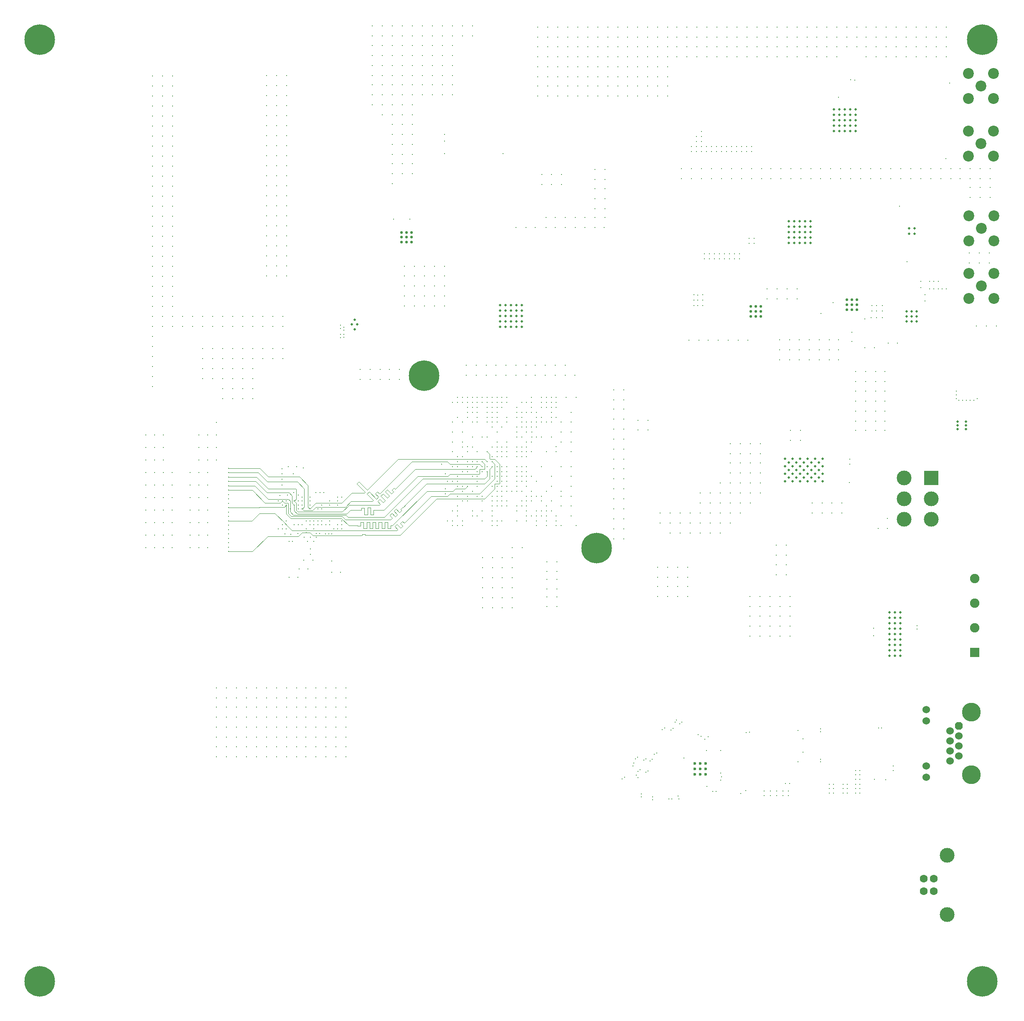
<source format=gbr>
%TF.GenerationSoftware,Altium Limited,Altium Designer,23.11.1 (41)*%
G04 Layer_Physical_Order=5*
G04 Layer_Color=32896*
%FSLAX45Y45*%
%MOMM*%
%TF.SameCoordinates,85413206-E3E1-404A-8318-C17176F6EAC7*%
%TF.FilePolarity,Positive*%
%TF.FileFunction,Copper,L5,Inr,Signal*%
%TF.Part,Single*%
G01*
G75*
%TA.AperFunction,Conductor*%
%ADD81C,0.10160*%
%TA.AperFunction,ComponentPad*%
%ADD88C,6.20000*%
%ADD89C,2.20000*%
%ADD90C,3.81000*%
G04:AMPARAMS|DCode=91|XSize=1.524mm|YSize=1.524mm|CornerRadius=0mm|HoleSize=0mm|Usage=FLASHONLY|Rotation=90.000|XOffset=0mm|YOffset=0mm|HoleType=Round|Shape=Octagon|*
%AMOCTAGOND91*
4,1,8,0.38100,0.76200,-0.38100,0.76200,-0.76200,0.38100,-0.76200,-0.38100,-0.38100,-0.76200,0.38100,-0.76200,0.76200,-0.38100,0.76200,0.38100,0.38100,0.76200,0.0*
%
%ADD91OCTAGOND91*%

%ADD92C,1.52400*%
%ADD93C,3.00000*%
%ADD94C,1.60000*%
%ADD95C,0.60000*%
%ADD96R,1.90500X1.90500*%
%ADD97C,1.90500*%
%ADD98R,3.00000X3.00000*%
%TA.AperFunction,ViaPad*%
%ADD99C,0.30480*%
%ADD100C,0.55880*%
%ADD101C,0.50000*%
%ADD102C,0.50800*%
D81*
X5808021Y10006983D02*
X5981985D01*
X7340796Y10120306D02*
X7356741Y10136252D01*
X6055003Y10080000D02*
X6651053D01*
X6767803Y10196750D01*
X5690172Y9980676D02*
X6591473D01*
X7228004Y10015847D02*
X7432089D01*
X5981985Y10006983D02*
X6055003Y10080000D01*
X6731103Y10120306D02*
X7340796D01*
X6591473Y9980676D02*
X6731103Y10120306D01*
X5775001Y10040002D02*
X5808021Y10006983D01*
X5554527Y9888224D02*
X6588678D01*
X5677722Y9938403D02*
X6677556D01*
X5599360Y9915543D02*
X6665168D01*
X5542326Y9851074D02*
X6570623D01*
X5814998Y10080000D02*
Y10452225D01*
X5677722Y10589501D02*
X5814998Y10452225D01*
X5775001Y10040003D02*
X5814998Y10080000D01*
X5775001Y10040002D02*
Y10040003D01*
X5895003Y10080000D02*
Y10520002D01*
Y10080000D02*
X5935000Y10040004D01*
X5934999Y10040003D02*
X6055001Y10160005D01*
X5935000Y10040004D02*
X5935001Y10040003D01*
X4280330Y10687101D02*
X4849502D01*
X4280330Y10864900D02*
X4915194D01*
X5088993Y10691101D01*
X5649049Y10449801D02*
X5655001Y10443850D01*
X5086802Y10449801D02*
X5649049D01*
X5655001Y10240005D02*
Y10443850D01*
X4849502Y10687101D02*
X5086802Y10449801D01*
X5614998Y10200002D02*
X5655001Y10240005D01*
X5508124Y10369601D02*
X5574999Y10302727D01*
X5066856Y10369601D02*
X5508124D01*
X5574999Y10240005D02*
Y10302727D01*
Y10240005D02*
X5575004Y10240000D01*
X5993577Y9501424D02*
X6755001D01*
X5934082Y9560919D02*
X5993577Y9501424D01*
X6755001D02*
X6980093D01*
X6989134Y9510465D01*
X5574807Y9600001D02*
X7692283D01*
X5454998Y9719810D02*
X5574807Y9600001D01*
X7692283D02*
X7712084Y9619802D01*
X7571127Y9823690D02*
X7600640Y9853204D01*
X6665168Y9915543D02*
X6708761Y9871950D01*
X6653212Y9823690D02*
X7571127D01*
X6708761Y9871950D02*
X7442265D01*
X6588678Y9888224D02*
X6653212Y9823690D01*
X8084490Y9992208D02*
X8392284Y10300002D01*
X7765342Y9510465D02*
X8504883Y10250006D01*
X7879395Y10131959D02*
X8297442Y10550006D01*
X7432089Y10015847D02*
X8116244Y10700002D01*
X7604863Y9702174D02*
X8304455Y10401766D01*
X7442265Y9871950D02*
X8220320Y10650005D01*
X7726945Y10506455D02*
X8070622Y10850132D01*
X7417443Y10418590D02*
X7997846Y10998993D01*
X7197415Y10525293D02*
X7719375Y11047253D01*
X6055001Y10160005D02*
X6579607D01*
X6780665Y10361063D01*
X6719523Y9702174D02*
X6880129D01*
X6570623Y9851074D02*
X6719523Y9702174D01*
X7576800D02*
X7604863D01*
X7195603Y10196750D02*
X7213326Y10214473D01*
X6767803Y10196750D02*
X7195603D01*
X6780665Y10361063D02*
X7033185D01*
X7047411Y10375290D01*
X7465097Y9510465D02*
X7765342D01*
X6755001Y10015847D02*
X6892394D01*
X6677556Y9938403D02*
X6755001Y10015847D01*
X9073575Y10448477D02*
X9125100Y10500002D01*
X8878250Y10448477D02*
X9073575D01*
X8116244Y10700002D02*
X8725622D01*
X8721749Y10998993D02*
X8772628Y10948114D01*
X8725622Y10700002D02*
X8775100Y10749480D01*
X7997846Y10998993D02*
X8721749D01*
X8304455Y10401766D02*
X8831539D01*
X8878250Y10448477D01*
X8725097Y10300002D02*
X8775100Y10350006D01*
X8392284Y10300002D02*
X8725097D01*
X5655001Y10015847D02*
X5690172Y9980676D01*
X5615001Y10001124D02*
Y10120008D01*
X5655001Y10015847D02*
Y10079997D01*
X5654993Y10080006D02*
X5655001Y10079997D01*
X5615001Y10001124D02*
X5677722Y9938403D01*
X5575004Y10160005D02*
Y10240000D01*
Y10160005D02*
X5615001Y10120008D01*
X5614996Y10200002D02*
X5654993Y10160005D01*
X5614996Y10200002D02*
X5614998D01*
X5088993Y10691101D02*
X5723904D01*
X4886483Y10776001D02*
X5072983Y10589501D01*
X5723904Y10691101D02*
X5895003Y10520002D01*
X5072983Y10589501D02*
X5677722D01*
X4922058Y10080000D02*
X5414991D01*
X4280330Y10064547D02*
X4906604D01*
X4909594Y9947750D02*
X5227249D01*
X4906604Y10064547D02*
X4922058Y10080000D01*
X5414991D02*
X5454999Y10120008D01*
X5023187Y10160008D02*
X5334999D01*
X5375002Y10200004D02*
X5415001Y10160005D01*
X5374996Y10200004D02*
X5375002D01*
X5334999Y10240005D02*
X5494999D01*
X5535001Y10200003D01*
X5415001Y10160005D02*
X5489049D01*
X5334994Y10240000D02*
X5334999Y10240005D01*
X5088484Y10240000D02*
X5334994D01*
X5334999Y10160008D02*
X5374996Y10200004D01*
X4838256Y10598201D02*
X5066856Y10369601D01*
X4280330Y10597947D02*
X4280584Y10598201D01*
X4280330Y10420147D02*
X4280584Y10420401D01*
X4762794D01*
X5023187Y10160008D01*
X4819183Y10509301D02*
X5088484Y10240000D01*
X4280330Y10509301D02*
X4819183D01*
X4280584Y10598201D02*
X4838256D01*
X4280330Y10776001D02*
X4886483D01*
X5654993Y10080006D02*
Y10160005D01*
X5454999Y9938402D02*
Y10120008D01*
X5535001Y10040765D02*
Y10200003D01*
X5534226Y10039990D02*
X5535001Y10040765D01*
X5495001Y9947750D02*
Y10154053D01*
X5534226Y9980676D02*
Y10039990D01*
X5489049Y10160005D02*
X5495001Y10154053D01*
X5534226Y9980676D02*
X5599360Y9915543D01*
X5775917Y9560919D02*
X5854084D01*
X5698141Y9483142D02*
X5775917Y9560919D01*
X5078442Y9483142D02*
X5698141D01*
X4759945Y9798101D02*
X4909594Y9947750D01*
X4280330Y9798101D02*
X4759945D01*
X5855001Y9560002D02*
X5855917Y9560919D01*
X5854084D02*
X5855001Y9560002D01*
X5855917Y9560919D02*
X5934082D01*
X5495001Y9947750D02*
X5554527Y9888224D01*
X5454999Y9938402D02*
X5542326Y9851074D01*
X5227249Y9947750D02*
X5414999Y9760001D01*
X5415000D01*
X5454998Y9720002D01*
X9575001Y11055954D02*
Y11150002D01*
X9580953Y11050002D02*
X9675001D01*
X9575001Y11055954D02*
X9580953Y11050002D01*
X9525001Y11200002D02*
X9575001Y11150002D01*
X4280330Y9175547D02*
X4770846D01*
X5078442Y9483142D01*
X9477850Y11047253D02*
X9525100Y11000003D01*
X7719375Y11047253D02*
X9477850D01*
X9675001Y11050002D02*
X9775001Y10950002D01*
X9625100Y11000003D02*
X9675001Y10950103D01*
X9625100Y11000003D02*
Y11000003D01*
X9675001Y10450002D02*
Y10544051D01*
X9475005Y10250006D02*
X9675001Y10450002D01*
X9475099Y10550006D02*
X9575001Y10649907D01*
X9525001Y10699903D02*
Y10800002D01*
X9475103Y10650005D02*
X9525001Y10699903D01*
X9769049Y10550002D02*
X9775001Y10555954D01*
X9680952Y10550002D02*
X9769049D01*
X9675001Y10544051D02*
X9680952Y10550002D01*
X8220320Y10650005D02*
X9475103D01*
X8772628Y10948114D02*
X9376591D01*
X8070622Y10850132D02*
X9276026D01*
X8297442Y10550006D02*
X9475099D01*
X9375099Y10350006D02*
X9675001Y10649908D01*
X8775100Y10749480D02*
X9368527D01*
X8504883Y10250006D02*
X9475005D01*
X8775100Y10350006D02*
X9375099D01*
X9775001Y10555954D02*
Y10950002D01*
X9675001Y10649908D02*
Y10950103D01*
X9374479Y10755432D02*
Y10844051D01*
X9380431Y10850002D02*
X9475001D01*
X9276026Y10850132D02*
X9325897Y10900004D01*
X9376591Y10948114D02*
X9424701Y10900003D01*
X9575001Y10649907D02*
Y10849907D01*
X9368527Y10749480D02*
X9374479Y10755432D01*
Y10844051D02*
X9380431Y10850002D01*
X9575001Y10849907D02*
X9625162Y10900068D01*
X9424701Y10900003D02*
X9425097D01*
X9475099Y10850101D02*
Y10950005D01*
X9425100Y11000003D02*
X9425101D01*
X9475099Y10950005D01*
X6892394Y10015847D02*
X6979083D01*
Y10061721D01*
X7040043D01*
Y9920210D02*
Y10061721D01*
Y9920210D02*
X7101003D01*
Y10072046D01*
X7161963D01*
Y9920210D02*
Y10072046D01*
Y9920210D02*
X7222923D01*
Y10015847D01*
X7228004D01*
X7819759Y10072323D02*
X7879395Y10131959D01*
X7818231Y10073851D02*
X7819759Y10072323D01*
X7775126Y10030746D02*
X7818231Y10073851D01*
X7775126Y10030746D02*
X7793227Y10012645D01*
X7750121Y9969540D02*
X7793227Y10012645D01*
X7679113Y10040548D02*
X7750121Y9969540D01*
X7636008Y9997443D02*
X7679113Y10040548D01*
X7636008Y9997443D02*
X7707016Y9926435D01*
X7663911Y9883329D02*
X7707016Y9926435D01*
X7592903Y9954338D02*
X7663911Y9883329D01*
X7549797Y9911232D02*
X7592903Y9954338D01*
X7549797Y9911232D02*
X7604233Y9856797D01*
X7600640Y9853204D02*
X7604233Y9856797D01*
X6880129Y9702174D02*
X6901159D01*
Y9698673D02*
Y9702174D01*
Y9698673D02*
X6962119D01*
Y9775430D01*
X7023079D01*
Y9648261D02*
Y9775430D01*
Y9648261D02*
X7084039D01*
Y9775430D01*
X7144999D01*
Y9648261D02*
Y9775430D01*
Y9648261D02*
X7205959D01*
Y9775430D01*
X7266919D01*
Y9648261D02*
Y9775430D01*
Y9648261D02*
X7327879D01*
Y9775430D01*
X7388839D01*
Y9648261D02*
Y9775430D01*
Y9648261D02*
X7449799D01*
Y9775430D01*
X7510759D01*
Y9648261D02*
Y9775430D01*
Y9648261D02*
X7571719D01*
Y9702174D01*
X7576800D01*
X7662071Y10441581D02*
X7726945Y10506455D01*
X7637119Y10466533D02*
X7662071Y10441581D01*
X7594014Y10423428D02*
X7637119Y10466533D01*
X7594014Y10423428D02*
X7629381Y10388060D01*
X7586276Y10344955D02*
X7629381Y10388060D01*
X7499167Y10432064D02*
X7586276Y10344955D01*
X7456062Y10388959D02*
X7499167Y10432064D01*
X7456062Y10388959D02*
X7543171Y10301850D01*
X7500066Y10258744D02*
X7543171Y10301850D01*
X7412957Y10345853D02*
X7500066Y10258744D01*
X7369851Y10302748D02*
X7412957Y10345853D01*
X7369851Y10302748D02*
X7456960Y10215639D01*
X7413855Y10172534D02*
X7456960Y10215639D01*
X7346473Y10239916D02*
X7413855Y10172534D01*
X7303368Y10196810D02*
X7346473Y10239916D01*
X7303368Y10196810D02*
X7360334Y10139844D01*
X7356741Y10136252D02*
X7360334Y10139844D01*
X7346234Y10347382D02*
X7417443Y10418590D01*
X7299961Y10393655D02*
X7346234Y10347382D01*
X7256856Y10350550D02*
X7299961Y10393655D01*
X7256856Y10350550D02*
X7322857Y10284549D01*
X7279752Y10241444D02*
X7322857Y10284549D01*
X7133971Y10387224D02*
X7279752Y10241444D01*
X7090866Y10344119D02*
X7133971Y10387224D01*
X7090866Y10344119D02*
X7216919Y10218066D01*
X7213326Y10214473D02*
X7216919Y10218066D01*
X7094110Y10421988D02*
X7197415Y10525293D01*
X6925798Y10590299D02*
X7094110Y10421988D01*
X6882693Y10547194D02*
X6925798Y10590299D01*
X6882693Y10547194D02*
X7051004Y10378882D01*
X7047411Y10375290D02*
X7051004Y10378882D01*
X7844992Y9752710D02*
X8084490Y9992208D01*
X7809550Y9788153D02*
X7844992Y9752710D01*
X7766444Y9745048D02*
X7809550Y9788153D01*
X7766444Y9745048D02*
X7814908Y9696584D01*
X7771803Y9653479D02*
X7814908Y9696584D01*
X7698111Y9727172D02*
X7771803Y9653479D01*
X7655005Y9684066D02*
X7698111Y9727172D01*
X7655005Y9684066D02*
X7715677Y9623395D01*
X7712084Y9619802D02*
X7715677Y9623395D01*
X7055175Y9510465D02*
X7465097D01*
X7055175D02*
Y9529258D01*
X6994215D02*
X7055175D01*
X6994215Y9510465D02*
Y9529258D01*
X6989134Y9510465D02*
X6994215D01*
D88*
X11744001Y9247042D02*
D03*
X8244001Y12747042D02*
D03*
X457199Y19557999D02*
D03*
Y457199D02*
D03*
X19557999D02*
D03*
Y19557999D02*
D03*
D89*
X19276059Y17193259D02*
D03*
X19784059D02*
D03*
Y17701259D02*
D03*
X19276059D02*
D03*
X19530058Y17447260D02*
D03*
X19545297Y15731273D02*
D03*
X19291296Y15985274D02*
D03*
X19799297D02*
D03*
Y15477274D02*
D03*
X19291296D02*
D03*
X19545297Y14562872D02*
D03*
X19291296Y14816873D02*
D03*
X19799297D02*
D03*
Y14308873D02*
D03*
X19291296D02*
D03*
X19530058Y18615659D02*
D03*
X19276059Y18869659D02*
D03*
X19784059D02*
D03*
Y18361659D02*
D03*
X19276059D02*
D03*
D90*
X19339796Y5918199D02*
D03*
Y4648199D02*
D03*
D91*
X19085797Y5638799D02*
D03*
D92*
Y5435599D02*
D03*
Y5232399D02*
D03*
Y5029199D02*
D03*
X18907997Y5537199D02*
D03*
Y5333999D02*
D03*
Y5130799D02*
D03*
Y4927599D02*
D03*
X18425397Y5968999D02*
D03*
Y4825999D02*
D03*
Y4597399D02*
D03*
Y5740399D02*
D03*
D93*
X18846799Y3014999D02*
D03*
Y1810998D02*
D03*
X17973201Y9828000D02*
D03*
Y10248000D02*
D03*
Y10667999D02*
D03*
X18523198Y9828000D02*
D03*
Y10248000D02*
D03*
D94*
X18576802Y2288000D02*
D03*
Y2538002D02*
D03*
X18376802Y2288000D02*
D03*
Y2538002D02*
D03*
D95*
X13736798Y4875698D02*
D03*
X13843797D02*
D03*
X13950798D02*
D03*
X13736798Y4768698D02*
D03*
X13843797D02*
D03*
X13950798D02*
D03*
X13736798Y4661698D02*
D03*
X13843797D02*
D03*
X13950798D02*
D03*
D96*
X19405598Y7128001D02*
D03*
D97*
Y7628000D02*
D03*
Y8127999D02*
D03*
Y8627998D02*
D03*
D98*
X18523198Y10667999D02*
D03*
D99*
X5372100Y10528300D02*
D03*
X4280330Y10687101D02*
D03*
Y10864900D02*
D03*
X7151218Y12664638D02*
D03*
Y12867838D02*
D03*
X7354418D02*
D03*
Y12664638D02*
D03*
X7544918D02*
D03*
Y12867838D02*
D03*
X6948018Y12664638D02*
D03*
Y12867838D02*
D03*
X7748118Y12664638D02*
D03*
Y12867838D02*
D03*
X3149600Y14147946D02*
D03*
Y14960745D02*
D03*
Y14757545D02*
D03*
Y14554346D02*
D03*
Y14351146D02*
D03*
Y16789546D02*
D03*
Y16586346D02*
D03*
Y16383147D02*
D03*
Y15773546D02*
D03*
Y15976746D02*
D03*
Y16179945D02*
D03*
Y15570346D02*
D03*
Y15367146D02*
D03*
Y15163947D02*
D03*
Y18211800D02*
D03*
Y18414999D02*
D03*
Y18618201D02*
D03*
Y18008600D02*
D03*
Y17805400D02*
D03*
Y17602200D02*
D03*
Y16992599D02*
D03*
Y17195799D02*
D03*
Y17399001D02*
D03*
Y18821400D02*
D03*
X2743200Y12725254D02*
D03*
Y12522054D02*
D03*
Y12928600D02*
D03*
Y13335001D02*
D03*
Y13538200D02*
D03*
Y13131799D02*
D03*
X5461000Y14770245D02*
D03*
Y14973447D02*
D03*
Y16395847D02*
D03*
Y16599046D02*
D03*
Y16802246D02*
D03*
Y16192645D02*
D03*
Y15989445D02*
D03*
Y15786246D02*
D03*
Y15176646D02*
D03*
Y15379846D02*
D03*
Y15583046D02*
D03*
Y18630901D02*
D03*
Y18427699D02*
D03*
Y18224500D02*
D03*
Y17614900D02*
D03*
Y17818100D02*
D03*
Y18021300D02*
D03*
Y17411700D02*
D03*
Y17208501D02*
D03*
Y17005299D02*
D03*
Y18834100D02*
D03*
X5257800Y14973447D02*
D03*
Y14770245D02*
D03*
X5054600D02*
D03*
Y14973447D02*
D03*
Y16395847D02*
D03*
Y16599046D02*
D03*
Y16802246D02*
D03*
X5257800D02*
D03*
Y16599046D02*
D03*
Y16395847D02*
D03*
Y15786246D02*
D03*
Y15989445D02*
D03*
Y16192645D02*
D03*
X5054600D02*
D03*
Y15989445D02*
D03*
Y15786246D02*
D03*
Y15176646D02*
D03*
Y15379846D02*
D03*
Y15583046D02*
D03*
X5257800D02*
D03*
Y15379846D02*
D03*
Y15176646D02*
D03*
X5054600Y18630901D02*
D03*
Y18427699D02*
D03*
Y18224500D02*
D03*
X5257800D02*
D03*
Y18427699D02*
D03*
Y18630901D02*
D03*
Y18021300D02*
D03*
Y17818100D02*
D03*
Y17614900D02*
D03*
X5054600D02*
D03*
Y17818100D02*
D03*
Y18021300D02*
D03*
Y17411700D02*
D03*
Y17208501D02*
D03*
Y17005299D02*
D03*
X5257800D02*
D03*
Y17208501D02*
D03*
Y17411700D02*
D03*
Y18834100D02*
D03*
X5054600D02*
D03*
X2743200Y18821400D02*
D03*
X2946400D02*
D03*
Y17399001D02*
D03*
Y17195799D02*
D03*
Y16992599D02*
D03*
X2743200D02*
D03*
Y17195799D02*
D03*
Y17399001D02*
D03*
Y18008600D02*
D03*
Y17805400D02*
D03*
Y17602200D02*
D03*
X2946400D02*
D03*
Y17805400D02*
D03*
Y18008600D02*
D03*
Y18618201D02*
D03*
Y18414999D02*
D03*
Y18211800D02*
D03*
X2743200D02*
D03*
Y18414999D02*
D03*
Y18618201D02*
D03*
X2946400Y15163947D02*
D03*
Y15367146D02*
D03*
Y15570346D02*
D03*
X2743200D02*
D03*
Y15367146D02*
D03*
Y15163947D02*
D03*
Y15773546D02*
D03*
Y15976746D02*
D03*
Y16179945D02*
D03*
X2946400D02*
D03*
Y15976746D02*
D03*
Y15773546D02*
D03*
Y16383147D02*
D03*
Y16586346D02*
D03*
Y16789546D02*
D03*
X2743200D02*
D03*
Y16586346D02*
D03*
Y16383147D02*
D03*
X2946400Y14351146D02*
D03*
X2743200D02*
D03*
Y14960745D02*
D03*
Y14757545D02*
D03*
Y14554346D02*
D03*
X2946400D02*
D03*
Y14757545D02*
D03*
Y14960745D02*
D03*
X2743200Y14147946D02*
D03*
X2946400D02*
D03*
X2743200Y13741400D02*
D03*
Y13944600D02*
D03*
X15201900Y14300200D02*
D03*
X15405099D02*
D03*
Y14503400D02*
D03*
X15201900D02*
D03*
X15608299D02*
D03*
X15811501D02*
D03*
Y14300200D02*
D03*
X15608299D02*
D03*
X17183099Y13893800D02*
D03*
X14833600Y15530302D02*
D03*
X14935201D02*
D03*
Y15428702D02*
D03*
X14833600D02*
D03*
X18834100Y19215100D02*
D03*
Y19418300D02*
D03*
Y19608800D02*
D03*
Y19812000D02*
D03*
X18224500D02*
D03*
X18427699D02*
D03*
X18630901D02*
D03*
Y19608800D02*
D03*
X18427699D02*
D03*
X18224500D02*
D03*
Y19418300D02*
D03*
X18427699D02*
D03*
X18630901D02*
D03*
Y19215100D02*
D03*
X18427699D02*
D03*
X18224500D02*
D03*
X14389101D02*
D03*
X14592300D02*
D03*
X14795500D02*
D03*
Y19418300D02*
D03*
X14592300D02*
D03*
X14389101D02*
D03*
Y19608800D02*
D03*
X14592300D02*
D03*
X14795500D02*
D03*
Y19812000D02*
D03*
X14592300D02*
D03*
X14389101D02*
D03*
X14998700D02*
D03*
X15201900D02*
D03*
X15405099D02*
D03*
Y19608800D02*
D03*
X15201900D02*
D03*
X14998700D02*
D03*
Y19418300D02*
D03*
X15201900D02*
D03*
X15405099D02*
D03*
Y19215100D02*
D03*
X15201900D02*
D03*
X14998700D02*
D03*
X15608299D02*
D03*
X15811501D02*
D03*
X16014700D02*
D03*
Y19418300D02*
D03*
X15811501D02*
D03*
X15608299D02*
D03*
Y19608800D02*
D03*
X15811501D02*
D03*
X16014700D02*
D03*
Y19812000D02*
D03*
X15811501D02*
D03*
X15608299D02*
D03*
X16611600D02*
D03*
X16814799D02*
D03*
X17017999D02*
D03*
Y19608800D02*
D03*
X16814799D02*
D03*
X16611600D02*
D03*
Y19418300D02*
D03*
X16814799D02*
D03*
X17017999D02*
D03*
X16611600Y19215100D02*
D03*
X16205200D02*
D03*
X16408400D02*
D03*
Y19418300D02*
D03*
X16205200D02*
D03*
Y19608800D02*
D03*
X16408400D02*
D03*
Y19812000D02*
D03*
X16205200D02*
D03*
X17208501D02*
D03*
X17411700D02*
D03*
Y19608800D02*
D03*
X17208501D02*
D03*
Y19418300D02*
D03*
X17411700D02*
D03*
Y19215100D02*
D03*
X17208501D02*
D03*
X17614900D02*
D03*
X17818100D02*
D03*
X18021300D02*
D03*
Y19418300D02*
D03*
X17818100D02*
D03*
X17614900D02*
D03*
Y19608800D02*
D03*
X17818100D02*
D03*
X18021300D02*
D03*
Y19812000D02*
D03*
X17818100D02*
D03*
X17614900D02*
D03*
X19843686Y13747263D02*
D03*
X19640488D02*
D03*
X19437286D02*
D03*
X19500482Y15029259D02*
D03*
X19703682D02*
D03*
Y15232458D02*
D03*
X19500482D02*
D03*
X19297282D02*
D03*
Y15029259D02*
D03*
X19316701Y16357600D02*
D03*
Y16560800D02*
D03*
X19519901D02*
D03*
X19723100D02*
D03*
Y16357600D02*
D03*
X19519901D02*
D03*
X17297400Y16738600D02*
D03*
X17500600D02*
D03*
X17703799D02*
D03*
Y16941800D02*
D03*
X17500600D02*
D03*
X17297400D02*
D03*
X17907001D02*
D03*
X18110201D02*
D03*
X18313400D02*
D03*
Y16738600D02*
D03*
X18110201D02*
D03*
X17907001D02*
D03*
X18516600D02*
D03*
X18719800D02*
D03*
X18923000D02*
D03*
Y16941800D02*
D03*
X18719800D02*
D03*
X18516600D02*
D03*
X19519901D02*
D03*
X19723100D02*
D03*
Y16738600D02*
D03*
X19519901D02*
D03*
X19113499D02*
D03*
X19316701D02*
D03*
Y16941800D02*
D03*
X19113499D02*
D03*
X13462000Y16738600D02*
D03*
X13665199D02*
D03*
X13868401D02*
D03*
Y16941800D02*
D03*
X13665199D02*
D03*
X13462000D02*
D03*
X14071600D02*
D03*
X14274800D02*
D03*
X14478000D02*
D03*
Y16738600D02*
D03*
X14274800D02*
D03*
X14071600D02*
D03*
X14681200D02*
D03*
X14884399D02*
D03*
X15087601D02*
D03*
Y16941800D02*
D03*
X14884399D02*
D03*
X14681200D02*
D03*
X15684500D02*
D03*
X15887700D02*
D03*
X16090900D02*
D03*
Y16738600D02*
D03*
X15887700D02*
D03*
X15684500D02*
D03*
X15278101D02*
D03*
X15481300D02*
D03*
Y16941800D02*
D03*
X15278101D02*
D03*
X16281400D02*
D03*
X16484599D02*
D03*
Y16738600D02*
D03*
X16281400D02*
D03*
X16687801D02*
D03*
X16891000D02*
D03*
X17094200D02*
D03*
Y16941800D02*
D03*
X16891000D02*
D03*
X16687801D02*
D03*
X16916400Y13627100D02*
D03*
Y13436600D02*
D03*
X17373599Y13309599D02*
D03*
X17183099D02*
D03*
X17843500Y13404388D02*
D03*
X17653000D02*
D03*
X4368800Y12280900D02*
D03*
Y12484100D02*
D03*
X4165600D02*
D03*
Y12280900D02*
D03*
X4775200D02*
D03*
Y12484100D02*
D03*
Y12687300D02*
D03*
X4572000D02*
D03*
Y12484100D02*
D03*
Y12280900D02*
D03*
Y12890500D02*
D03*
X4775200D02*
D03*
X14414500Y13462000D02*
D03*
X14617700D02*
D03*
X14808200D02*
D03*
X14211301D02*
D03*
X14008099D02*
D03*
X13817599D02*
D03*
X13614400D02*
D03*
X16256000Y13068300D02*
D03*
Y13271500D02*
D03*
Y13474699D02*
D03*
X16459200D02*
D03*
Y13271500D02*
D03*
Y13068300D02*
D03*
X16649699D02*
D03*
Y13271500D02*
D03*
Y13474699D02*
D03*
X16052800Y13068300D02*
D03*
Y13271500D02*
D03*
Y13474699D02*
D03*
X15849600D02*
D03*
Y13271500D02*
D03*
Y13068300D02*
D03*
X15659100D02*
D03*
Y13271500D02*
D03*
Y13474699D02*
D03*
X15455901D02*
D03*
Y13271500D02*
D03*
Y13068300D02*
D03*
X16992599Y12026900D02*
D03*
X17195799D02*
D03*
X17399001D02*
D03*
Y11823700D02*
D03*
X17195799D02*
D03*
X16992599D02*
D03*
Y11633200D02*
D03*
X17195799D02*
D03*
X17399001D02*
D03*
X16992599Y12230100D02*
D03*
X17195799D02*
D03*
X17399001D02*
D03*
Y12433300D02*
D03*
X17195799D02*
D03*
X16992599D02*
D03*
Y12623800D02*
D03*
X17195799D02*
D03*
X17399001D02*
D03*
Y12827000D02*
D03*
X17195799D02*
D03*
X16992599D02*
D03*
X17589500Y12026900D02*
D03*
Y11823700D02*
D03*
Y11633200D02*
D03*
Y12230100D02*
D03*
Y12433300D02*
D03*
Y12623800D02*
D03*
Y12827000D02*
D03*
X15875000Y11430000D02*
D03*
Y11633200D02*
D03*
X15671800D02*
D03*
Y11430000D02*
D03*
X13842999Y10363200D02*
D03*
Y10160000D02*
D03*
X13639799Y9956800D02*
D03*
X13233400D02*
D03*
X13436600D02*
D03*
X13030200D02*
D03*
Y9753600D02*
D03*
X13233400Y9550400D02*
D03*
X13436600D02*
D03*
Y9753600D02*
D03*
X13233400D02*
D03*
X13842999Y9956800D02*
D03*
X14452600Y9753600D02*
D03*
X13842999D02*
D03*
X13639799D02*
D03*
Y9550400D02*
D03*
X13842999D02*
D03*
X14046201D02*
D03*
X14249400D02*
D03*
Y9753600D02*
D03*
X14046201D02*
D03*
X14249400Y10363200D02*
D03*
X14046201D02*
D03*
X14249400Y10566400D02*
D03*
Y10160000D02*
D03*
X14046201D02*
D03*
Y9956800D02*
D03*
X14249400D02*
D03*
X14452600D02*
D03*
X14655800D02*
D03*
X14859000Y10160000D02*
D03*
X14655800D02*
D03*
X14452600D02*
D03*
Y10566400D02*
D03*
X14655800D02*
D03*
X14859000D02*
D03*
Y10363200D02*
D03*
X14655800D02*
D03*
X14452600D02*
D03*
Y10769600D02*
D03*
X14655800D02*
D03*
X14859000D02*
D03*
Y10972800D02*
D03*
X14655800D02*
D03*
X14452600D02*
D03*
Y11163300D02*
D03*
X14655800D02*
D03*
X14859000D02*
D03*
Y11366500D02*
D03*
X14655800D02*
D03*
X14452600D02*
D03*
X15062199D02*
D03*
Y11163300D02*
D03*
Y10972800D02*
D03*
Y10769600D02*
D03*
Y10363200D02*
D03*
Y10566400D02*
D03*
X12781084Y11836143D02*
D03*
X12577884D02*
D03*
Y11645643D02*
D03*
X12781084D02*
D03*
X10937690Y8966995D02*
D03*
X10734490D02*
D03*
Y8776495D02*
D03*
X10937690D02*
D03*
X10942858Y8611174D02*
D03*
X10739658D02*
D03*
Y8420674D02*
D03*
X10942858D02*
D03*
X12978603Y8260624D02*
D03*
X13181802D02*
D03*
X13385002D02*
D03*
Y8463824D02*
D03*
X13181802D02*
D03*
X12978603D02*
D03*
Y8654324D02*
D03*
X13181802D02*
D03*
X13385002D02*
D03*
Y8857524D02*
D03*
X13181802D02*
D03*
X12978603D02*
D03*
X13588202D02*
D03*
Y8654324D02*
D03*
Y8463824D02*
D03*
Y8260624D02*
D03*
X16710316Y9955931D02*
D03*
Y10159131D02*
D03*
X16507117D02*
D03*
Y9955931D02*
D03*
X16316617D02*
D03*
Y10159131D02*
D03*
X16113417D02*
D03*
Y9955931D02*
D03*
X15388223Y8705776D02*
D03*
X15591425D02*
D03*
Y8908976D02*
D03*
X15388223D02*
D03*
Y9099476D02*
D03*
X15591425D02*
D03*
Y9302676D02*
D03*
X15388223D02*
D03*
X14852403Y7463787D02*
D03*
X15055605D02*
D03*
X15258804D02*
D03*
X14852403Y7666987D02*
D03*
X15055605D02*
D03*
X15258804D02*
D03*
Y7870187D02*
D03*
X15055605D02*
D03*
X14852403D02*
D03*
Y8060687D02*
D03*
X15055605D02*
D03*
X15258804D02*
D03*
Y8263887D02*
D03*
X15055605D02*
D03*
X14852403D02*
D03*
X15462004D02*
D03*
X15665204D02*
D03*
Y8060687D02*
D03*
X15462004D02*
D03*
Y7870187D02*
D03*
X15665204D02*
D03*
Y7666987D02*
D03*
X15462004D02*
D03*
X15665204Y7463787D02*
D03*
X15462004D02*
D03*
X17447357Y9643941D02*
D03*
X17637857Y9847141D02*
D03*
Y9643941D02*
D03*
X4038600Y5613400D02*
D03*
X4241800D02*
D03*
X4445000D02*
D03*
Y5410200D02*
D03*
X4241800D02*
D03*
X4038600D02*
D03*
Y5219700D02*
D03*
X4241800D02*
D03*
X4445000D02*
D03*
Y5016500D02*
D03*
X4241800D02*
D03*
X4038600D02*
D03*
Y5816600D02*
D03*
X4241800D02*
D03*
X4445000D02*
D03*
Y6019800D02*
D03*
X4241800D02*
D03*
X4038600D02*
D03*
Y6210300D02*
D03*
X4241800D02*
D03*
X4445000D02*
D03*
Y6413500D02*
D03*
X4241800D02*
D03*
X4038600D02*
D03*
X4648200D02*
D03*
X4851400D02*
D03*
X5054600D02*
D03*
Y6210300D02*
D03*
X4851400D02*
D03*
X4648200D02*
D03*
Y6019800D02*
D03*
X4851400D02*
D03*
X5054600D02*
D03*
Y5816600D02*
D03*
X4851400D02*
D03*
X4648200D02*
D03*
Y5016500D02*
D03*
X4851400D02*
D03*
X5054600D02*
D03*
Y5219700D02*
D03*
X4851400D02*
D03*
X4648200D02*
D03*
Y5410200D02*
D03*
X4851400D02*
D03*
X5054600D02*
D03*
Y5613400D02*
D03*
X4851400D02*
D03*
X4648200D02*
D03*
X5257800D02*
D03*
X5461000D02*
D03*
X5664200D02*
D03*
Y5410200D02*
D03*
X5461000D02*
D03*
X5257800D02*
D03*
Y5219700D02*
D03*
X5461000D02*
D03*
X5664200D02*
D03*
Y5016500D02*
D03*
X5461000D02*
D03*
X5257800D02*
D03*
Y5816600D02*
D03*
X5461000D02*
D03*
X5664200D02*
D03*
Y6019800D02*
D03*
X5461000D02*
D03*
X5257800D02*
D03*
Y6210300D02*
D03*
X5461000D02*
D03*
X5664200D02*
D03*
Y6413500D02*
D03*
X5461000D02*
D03*
X5257800D02*
D03*
X6261100D02*
D03*
X6464300D02*
D03*
X6667500D02*
D03*
Y6210300D02*
D03*
X6464300D02*
D03*
X6261100D02*
D03*
Y6019800D02*
D03*
X6464300D02*
D03*
X6667500D02*
D03*
Y5816600D02*
D03*
X6464300D02*
D03*
X6261100D02*
D03*
Y5016500D02*
D03*
X6464300D02*
D03*
X6667500D02*
D03*
Y5219700D02*
D03*
X6464300D02*
D03*
X6261100D02*
D03*
Y5410200D02*
D03*
X6464300D02*
D03*
X6667500D02*
D03*
Y5613400D02*
D03*
X6464300D02*
D03*
X6261100D02*
D03*
X5854700D02*
D03*
X6057900D02*
D03*
Y5410200D02*
D03*
X5854700D02*
D03*
Y5219700D02*
D03*
X6057900D02*
D03*
Y5016500D02*
D03*
X5854700D02*
D03*
Y5816600D02*
D03*
X6057900D02*
D03*
Y6019800D02*
D03*
X5854700D02*
D03*
Y6210300D02*
D03*
X6057900D02*
D03*
Y6413500D02*
D03*
X5854700D02*
D03*
X8458200Y14363699D02*
D03*
X8661400D02*
D03*
Y14160500D02*
D03*
X8458200D02*
D03*
Y14566901D02*
D03*
X8661400D02*
D03*
Y14770100D02*
D03*
X8458200D02*
D03*
Y14960600D02*
D03*
X8661400D02*
D03*
X8255000D02*
D03*
X8051800D02*
D03*
X7848600D02*
D03*
Y14770100D02*
D03*
X8051800D02*
D03*
X8255000D02*
D03*
Y14566901D02*
D03*
X8051800D02*
D03*
X7848600D02*
D03*
Y14160500D02*
D03*
X8051800D02*
D03*
X8255000D02*
D03*
Y14363699D02*
D03*
X8051800D02*
D03*
X7848600D02*
D03*
X10706100Y12953999D02*
D03*
Y12750800D02*
D03*
X11303000D02*
D03*
X11112500D02*
D03*
Y12953999D02*
D03*
X10909300D02*
D03*
Y12750800D02*
D03*
X9906000Y12953999D02*
D03*
Y12750800D02*
D03*
X10502900Y12953999D02*
D03*
Y12750800D02*
D03*
X10312400D02*
D03*
Y12953999D02*
D03*
X10109200D02*
D03*
Y12750800D02*
D03*
X9105900Y12953999D02*
D03*
Y12750800D02*
D03*
X9702800Y12953999D02*
D03*
Y12750800D02*
D03*
X9512300D02*
D03*
Y12953999D02*
D03*
X9309100D02*
D03*
Y12750800D02*
D03*
X10942858Y8062012D02*
D03*
X10739658D02*
D03*
Y8252512D02*
D03*
X10942858D02*
D03*
X12090400Y9842500D02*
D03*
X12293600Y9639300D02*
D03*
X12090400D02*
D03*
X12293600Y9436100D02*
D03*
X12090400D02*
D03*
X12293600Y9842500D02*
D03*
Y10045700D02*
D03*
X12090400D02*
D03*
Y11252200D02*
D03*
X12293600D02*
D03*
Y11049000D02*
D03*
X12090400D02*
D03*
Y10858500D02*
D03*
X12293600D02*
D03*
Y10655300D02*
D03*
X12090400D02*
D03*
Y10248900D02*
D03*
X12293600D02*
D03*
Y10452100D02*
D03*
X12090400D02*
D03*
Y12458700D02*
D03*
X12293600D02*
D03*
Y12255500D02*
D03*
X12090400D02*
D03*
Y12065000D02*
D03*
X12293600D02*
D03*
Y11861800D02*
D03*
X12090400D02*
D03*
Y11455400D02*
D03*
X12293600D02*
D03*
Y11658600D02*
D03*
X12090400D02*
D03*
X10236200Y9258300D02*
D03*
X10033000D02*
D03*
X9436100Y8851900D02*
D03*
Y9055100D02*
D03*
X9639300D02*
D03*
Y8851900D02*
D03*
X9829800D02*
D03*
Y9055100D02*
D03*
X10033000D02*
D03*
Y8851900D02*
D03*
Y8242300D02*
D03*
Y8445500D02*
D03*
Y8648700D02*
D03*
X9829800D02*
D03*
Y8445500D02*
D03*
Y8242300D02*
D03*
X9639300D02*
D03*
Y8445500D02*
D03*
Y8648700D02*
D03*
X9436100D02*
D03*
Y8445500D02*
D03*
Y8242300D02*
D03*
Y8039100D02*
D03*
X9639300D02*
D03*
X9829800D02*
D03*
X10033000D02*
D03*
X4368800Y12687300D02*
D03*
Y12890500D02*
D03*
X3759200D02*
D03*
X3962400D02*
D03*
X4165600D02*
D03*
Y12687300D02*
D03*
X3962400D02*
D03*
X3759200D02*
D03*
Y13093700D02*
D03*
X3962400D02*
D03*
X4165600D02*
D03*
Y13296899D02*
D03*
X3962400D02*
D03*
X3759200D02*
D03*
X4368800D02*
D03*
X4572000D02*
D03*
X4775200D02*
D03*
Y13093700D02*
D03*
X4572000D02*
D03*
X4368800D02*
D03*
X4978400D02*
D03*
X5181600D02*
D03*
X5384800D02*
D03*
Y13296899D02*
D03*
X5181600D02*
D03*
X4978400D02*
D03*
X3556000Y13741400D02*
D03*
X3352800D02*
D03*
X3149600D02*
D03*
Y13944600D02*
D03*
X3352800D02*
D03*
X3556000D02*
D03*
X2946400D02*
D03*
Y13741400D02*
D03*
X4978400Y13944600D02*
D03*
X5181600D02*
D03*
X5384800D02*
D03*
Y13741400D02*
D03*
X5181600D02*
D03*
X4978400D02*
D03*
X4368800D02*
D03*
X4572000D02*
D03*
X4775200D02*
D03*
Y13944600D02*
D03*
X4572000D02*
D03*
X4368800D02*
D03*
X3759200D02*
D03*
X3962400D02*
D03*
X4165600D02*
D03*
Y13741400D02*
D03*
X3962400D02*
D03*
X3759200D02*
D03*
X10638224Y16624300D02*
D03*
X10828724D02*
D03*
X11031924D02*
D03*
Y16827499D02*
D03*
X10828724D02*
D03*
X10638224D02*
D03*
X10106982Y15748000D02*
D03*
X10310182D02*
D03*
X10500682D02*
D03*
X11899900D02*
D03*
X11709400D02*
D03*
X10718800Y15951199D02*
D03*
X10909300D02*
D03*
X11112500D02*
D03*
X11506200D02*
D03*
X11315700D02*
D03*
Y15748000D02*
D03*
X11506200D02*
D03*
X11112500D02*
D03*
X10909300D02*
D03*
X10718800D02*
D03*
X11709400Y16929100D02*
D03*
Y16725900D02*
D03*
Y16535400D02*
D03*
Y16332201D02*
D03*
Y15951199D02*
D03*
Y16128999D02*
D03*
X11912600D02*
D03*
Y15951199D02*
D03*
Y16332201D02*
D03*
Y16535400D02*
D03*
Y16725900D02*
D03*
Y16929100D02*
D03*
X3506901Y10014000D02*
D03*
X3862501D02*
D03*
X3684701D02*
D03*
X3862501Y10268000D02*
D03*
X3684701D02*
D03*
X3506901D02*
D03*
X3684701Y10522000D02*
D03*
X3862501D02*
D03*
X3506901D02*
D03*
X2783001Y10522002D02*
D03*
X2605201D02*
D03*
X3138601D02*
D03*
X2960801D02*
D03*
Y10014000D02*
D03*
X3138601D02*
D03*
X2960801Y10268000D02*
D03*
X3138601D02*
D03*
X2783001Y10014000D02*
D03*
X2605201D02*
D03*
Y10268000D02*
D03*
X2783001D02*
D03*
X13779500Y19812000D02*
D03*
X13982700D02*
D03*
X14185899D02*
D03*
Y19608800D02*
D03*
X13982700D02*
D03*
X13779500D02*
D03*
Y19418300D02*
D03*
X13982700D02*
D03*
X14185899D02*
D03*
Y19215100D02*
D03*
X13982700D02*
D03*
X13779500D02*
D03*
X13373100D02*
D03*
X13576300D02*
D03*
Y19418300D02*
D03*
X13373100D02*
D03*
Y19608800D02*
D03*
X13576300D02*
D03*
Y19812000D02*
D03*
X13373100D02*
D03*
X12369800D02*
D03*
X12573000D02*
D03*
Y19608800D02*
D03*
X12369800D02*
D03*
Y19418300D02*
D03*
X12573000D02*
D03*
Y19215100D02*
D03*
X12369800D02*
D03*
Y18414999D02*
D03*
X12573000D02*
D03*
Y18618201D02*
D03*
X12369800D02*
D03*
Y18808701D02*
D03*
X12573000D02*
D03*
Y19011900D02*
D03*
X12369800D02*
D03*
X12776200D02*
D03*
X12979401D02*
D03*
X13182600D02*
D03*
Y18808701D02*
D03*
X12979401D02*
D03*
X12776200D02*
D03*
Y18618201D02*
D03*
X12979401D02*
D03*
X13182600D02*
D03*
Y18414999D02*
D03*
X12979401D02*
D03*
X12776200D02*
D03*
Y19215100D02*
D03*
X12979401D02*
D03*
X13182600D02*
D03*
Y19418300D02*
D03*
X12979401D02*
D03*
X12776200D02*
D03*
Y19608800D02*
D03*
X12979401D02*
D03*
X13182600D02*
D03*
Y19812000D02*
D03*
X12979401D02*
D03*
X12776200D02*
D03*
X11772900D02*
D03*
X11976100D02*
D03*
X12179300D02*
D03*
Y19608800D02*
D03*
X11976100D02*
D03*
X11772900D02*
D03*
Y19418300D02*
D03*
X11976100D02*
D03*
X12179300D02*
D03*
Y19215100D02*
D03*
X11976100D02*
D03*
X11772900D02*
D03*
Y18414999D02*
D03*
X11976100D02*
D03*
X12179300D02*
D03*
Y18618201D02*
D03*
X11976100D02*
D03*
X11772900D02*
D03*
Y18808701D02*
D03*
X11976100D02*
D03*
X12179300D02*
D03*
Y19011900D02*
D03*
X11976100D02*
D03*
X11772900D02*
D03*
X11163300D02*
D03*
X11366500D02*
D03*
X11569700D02*
D03*
Y18808701D02*
D03*
X11366500D02*
D03*
X11163300D02*
D03*
Y18618201D02*
D03*
X11366500D02*
D03*
X11569700D02*
D03*
Y18414999D02*
D03*
X11366500D02*
D03*
X11163300D02*
D03*
Y19215100D02*
D03*
X11366500D02*
D03*
X11569700D02*
D03*
Y19418300D02*
D03*
X11366500D02*
D03*
X11163300D02*
D03*
Y19608800D02*
D03*
X11366500D02*
D03*
X11569700D02*
D03*
Y19812000D02*
D03*
X11366500D02*
D03*
X11163300D02*
D03*
X10553700D02*
D03*
X10756900D02*
D03*
X10960100D02*
D03*
Y19608800D02*
D03*
X10756900D02*
D03*
X10553700D02*
D03*
Y19418300D02*
D03*
X10756900D02*
D03*
X10960100D02*
D03*
Y19215100D02*
D03*
X10756900D02*
D03*
X10553700D02*
D03*
Y18414999D02*
D03*
X10756900D02*
D03*
X10960100D02*
D03*
Y18618201D02*
D03*
X10756900D02*
D03*
X10553700D02*
D03*
Y18808701D02*
D03*
X10756900D02*
D03*
X10960100D02*
D03*
Y19011900D02*
D03*
X10756900D02*
D03*
X10553700D02*
D03*
X7607300Y16637000D02*
D03*
X7200900Y18237199D02*
D03*
X7404100Y18034000D02*
D03*
Y18237199D02*
D03*
X7810500Y17437100D02*
D03*
X8013700D02*
D03*
Y17233900D02*
D03*
X7810500D02*
D03*
Y17043401D02*
D03*
X8013700D02*
D03*
Y16840199D02*
D03*
X7810500D02*
D03*
Y17640300D02*
D03*
X8013700D02*
D03*
Y17843500D02*
D03*
X7810500D02*
D03*
Y18034000D02*
D03*
X8013700D02*
D03*
Y18237199D02*
D03*
X7810500D02*
D03*
X7607300D02*
D03*
Y18034000D02*
D03*
Y17843500D02*
D03*
Y17640300D02*
D03*
Y16840199D02*
D03*
Y17043401D02*
D03*
Y17233900D02*
D03*
Y17437100D02*
D03*
X7200900Y19037300D02*
D03*
X7404100D02*
D03*
X7607300D02*
D03*
Y18834100D02*
D03*
X7404100D02*
D03*
X7200900D02*
D03*
Y18643600D02*
D03*
X7404100D02*
D03*
X7607300D02*
D03*
Y18440401D02*
D03*
X7404100D02*
D03*
X7200900D02*
D03*
Y19240500D02*
D03*
X7404100D02*
D03*
X7607300D02*
D03*
Y19443700D02*
D03*
X7404100D02*
D03*
X7200900D02*
D03*
Y19634200D02*
D03*
X7404100D02*
D03*
X7607300D02*
D03*
Y19837399D02*
D03*
X7404100D02*
D03*
X7200900D02*
D03*
X7810500D02*
D03*
X8013700D02*
D03*
X8216900D02*
D03*
Y19634200D02*
D03*
X8013700D02*
D03*
X7810500D02*
D03*
Y19443700D02*
D03*
X8013700D02*
D03*
X8216900D02*
D03*
Y19240500D02*
D03*
X8013700D02*
D03*
X7810500D02*
D03*
Y18440401D02*
D03*
X8013700D02*
D03*
X8216900D02*
D03*
Y18643600D02*
D03*
X8013700D02*
D03*
X7810500D02*
D03*
Y18834100D02*
D03*
X8013700D02*
D03*
X8216900D02*
D03*
Y19037300D02*
D03*
X8013700D02*
D03*
X7810500D02*
D03*
X19456400Y12280900D02*
D03*
X7630218Y15921773D02*
D03*
X7957726D02*
D03*
X9232900Y19634200D02*
D03*
Y19837399D02*
D03*
X9029700D02*
D03*
Y19634200D02*
D03*
X8420100Y19037300D02*
D03*
X8623300D02*
D03*
X8826500D02*
D03*
Y18834100D02*
D03*
X8623300D02*
D03*
X8420100D02*
D03*
Y18643600D02*
D03*
X8623300D02*
D03*
X8826500D02*
D03*
Y18440401D02*
D03*
X8623300D02*
D03*
X8420100D02*
D03*
Y19240500D02*
D03*
X8623300D02*
D03*
X8826500D02*
D03*
Y19443700D02*
D03*
X8623300D02*
D03*
X8420100D02*
D03*
Y19634200D02*
D03*
X8623300D02*
D03*
X8826500D02*
D03*
Y19837399D02*
D03*
X8623300D02*
D03*
X8420100D02*
D03*
X8663136Y17250072D02*
D03*
X9847730D02*
D03*
X18823940Y17145000D02*
D03*
X13928406Y15113776D02*
D03*
X14030005D02*
D03*
Y15215375D02*
D03*
X13928406D02*
D03*
X14131606D02*
D03*
X14233205D02*
D03*
Y15113776D02*
D03*
X14131606D02*
D03*
X14538005D02*
D03*
X14639606D02*
D03*
Y15215375D02*
D03*
X14538005D02*
D03*
X14334805D02*
D03*
X14436404D02*
D03*
Y15113776D02*
D03*
X14334805D02*
D03*
X13866614Y17697107D02*
D03*
Y17595506D02*
D03*
X13765015D02*
D03*
X13866614Y17493907D02*
D03*
X13765015D02*
D03*
X14476215Y17290707D02*
D03*
X14577814D02*
D03*
Y17392307D02*
D03*
X14476215D02*
D03*
X14679414D02*
D03*
X14781013D02*
D03*
Y17290707D02*
D03*
X14679414D02*
D03*
X14882614Y17392307D02*
D03*
Y17290707D02*
D03*
X14069814D02*
D03*
X14171414D02*
D03*
Y17392307D02*
D03*
X14069814D02*
D03*
X14273013D02*
D03*
X14374614D02*
D03*
Y17290707D02*
D03*
X14273013D02*
D03*
X13866614D02*
D03*
X13968214D02*
D03*
Y17392307D02*
D03*
X13866614D02*
D03*
X13663414D02*
D03*
X13765015D02*
D03*
Y17290707D02*
D03*
X13663414D02*
D03*
X13794951Y14275580D02*
D03*
X13712154D02*
D03*
X13890401Y14382274D02*
D03*
Y14275580D02*
D03*
Y14168886D02*
D03*
X13712154Y14382274D02*
D03*
Y14168886D02*
D03*
X13794951D02*
D03*
Y14381494D02*
D03*
X17417377Y14053064D02*
D03*
Y14168129D02*
D03*
X17531677Y14053064D02*
D03*
Y14168129D02*
D03*
Y13920557D02*
D03*
X17417377D02*
D03*
X17303078D02*
D03*
X17322800Y14168129D02*
D03*
Y14053064D02*
D03*
X17880219Y16177539D02*
D03*
X18897600Y18675349D02*
D03*
X18033975Y15057120D02*
D03*
X18669000Y14655800D02*
D03*
X18580099D02*
D03*
X18313400D02*
D03*
X18491200D02*
D03*
X18402299Y14262100D02*
D03*
X18313400Y14528799D02*
D03*
X18402299Y14389101D02*
D03*
X18745200Y14503400D02*
D03*
X18834100D02*
D03*
X18669000D02*
D03*
X18491200D02*
D03*
X18580099D02*
D03*
X19316701Y12242800D02*
D03*
X19164301D02*
D03*
X19037300Y12433300D02*
D03*
Y12357100D02*
D03*
Y12280900D02*
D03*
X19392900Y12242800D02*
D03*
X19240500D02*
D03*
X19088100D02*
D03*
X16291560Y14004626D02*
D03*
X16538608Y14224001D02*
D03*
X14776205Y5508290D02*
D03*
X13860983Y5429336D02*
D03*
X14001750Y5416822D02*
D03*
X14844901Y5510543D02*
D03*
X13939624Y5368079D02*
D03*
X14259438Y4536562D02*
D03*
X14262100Y5143500D02*
D03*
X14274800Y4610100D02*
D03*
X14262100Y4686300D02*
D03*
X13804700Y5458357D02*
D03*
X12746741Y4968358D02*
D03*
X12650711Y4261962D02*
D03*
X12650085Y4201480D02*
D03*
X12313582Y4597016D02*
D03*
X12482782Y4829051D02*
D03*
X12261091Y4565334D02*
D03*
X12549525Y4639803D02*
D03*
X12575331Y5007883D02*
D03*
X13119801Y5597695D02*
D03*
X13331709Y5719766D02*
D03*
X13364615Y5761747D02*
D03*
X14093794Y4311650D02*
D03*
X13391789Y4216712D02*
D03*
X13410951Y4160669D02*
D03*
X13204366Y4161311D02*
D03*
X13271387D02*
D03*
X12579447Y4719937D02*
D03*
X12582209Y4589165D02*
D03*
X12528365Y4974551D02*
D03*
X12698223Y4946196D02*
D03*
X12881729Y4201484D02*
D03*
X12882076Y4141866D02*
D03*
X12786911Y4726364D02*
D03*
X12910648Y5063735D02*
D03*
X12823483Y4924770D02*
D03*
X12871349Y4962167D02*
D03*
X12743040Y4696025D02*
D03*
X14166286Y4311322D02*
D03*
X12497783Y4886233D02*
D03*
X12623800Y4749800D02*
D03*
X10525001Y10300055D02*
D03*
X10325001D02*
D03*
X10025107Y10399904D02*
D03*
X9725147Y10200109D02*
D03*
X12958896Y5090752D02*
D03*
X6553418Y13697258D02*
D03*
X6622423Y13726859D02*
D03*
X6553418Y13765617D02*
D03*
Y13516515D02*
D03*
X6622423Y13665898D02*
D03*
Y13579538D02*
D03*
X6553418Y13579124D02*
D03*
X6622423Y13518578D02*
D03*
X13430029Y5685218D02*
D03*
X13472360Y5717373D02*
D03*
X13250858Y5555940D02*
D03*
X13289799Y5587999D02*
D03*
X13075121Y5563489D02*
D03*
X5695788Y10318625D02*
D03*
X5480595Y10325704D02*
D03*
X5602401Y10371003D02*
D03*
X5329351Y10317237D02*
D03*
X6247151Y9535116D02*
D03*
X6317502D02*
D03*
X6375005Y9536500D02*
D03*
X5548163Y9528799D02*
D03*
X5687490Y9541591D02*
D03*
X5424601Y9531001D02*
D03*
X6063135Y9545681D02*
D03*
X6132972Y9544594D02*
D03*
X10325100Y10900002D02*
D03*
X10425100Y10700002D02*
D03*
X10325100D02*
D03*
Y10800002D02*
D03*
X10125100D02*
D03*
X10225100D02*
D03*
X10325100Y10600002D02*
D03*
X10125100D02*
D03*
Y10500002D02*
D03*
X10225100Y10700002D02*
D03*
X10325100Y10500004D02*
D03*
X10225100Y10600280D02*
D03*
X10125100Y10700002D02*
D03*
X10525100Y12000002D02*
D03*
X9524901Y12000002D02*
D03*
X9724901D02*
D03*
X9324901D02*
D03*
X9224901D02*
D03*
X10225001Y12000102D02*
D03*
X10425100Y12000002D02*
D03*
X10125001Y12000102D02*
D03*
X10325001Y12000102D02*
D03*
X9624901Y12000002D02*
D03*
X9124901D02*
D03*
X10525100Y11900002D02*
D03*
X9125100D02*
D03*
X9724901D02*
D03*
X9524901D02*
D03*
X9924901D02*
D03*
X10625100D02*
D03*
X10125001Y11900102D02*
D03*
X9324901Y11900002D02*
D03*
X10225001Y11900102D02*
D03*
X9824901Y10700002D02*
D03*
X9724901Y10800002D02*
D03*
Y10700002D02*
D03*
Y10900002D02*
D03*
X9724885Y10600280D02*
D03*
X9824901Y10500005D02*
D03*
X9724885Y10500007D02*
D03*
X9725001Y10399903D02*
D03*
X9824901Y10900002D02*
D03*
Y10800002D02*
D03*
X9625162Y10900068D02*
D03*
X9824901Y10600280D02*
D03*
X9825001Y10399903D02*
D03*
X10125100Y10900002D02*
D03*
X10225100D02*
D03*
X10525100Y10600002D02*
D03*
X10625100Y10900002D02*
D03*
X9924901Y10700002D02*
D03*
X9925001Y10200002D02*
D03*
X9924901Y10600002D02*
D03*
Y11200002D02*
D03*
Y11100002D02*
D03*
X9925004Y10399886D02*
D03*
X9925001Y10100002D02*
D03*
X9924901Y10900002D02*
D03*
Y10800002D02*
D03*
Y10500005D02*
D03*
X10525100Y11500002D02*
D03*
X10427099Y11499999D02*
D03*
X10425100Y11800003D02*
D03*
X10425001Y11400102D02*
D03*
X10427099Y11599999D02*
D03*
X10425100Y11700000D02*
D03*
Y11200002D02*
D03*
X10725100Y11800003D02*
D03*
Y11200002D02*
D03*
X10525100Y11800001D02*
D03*
Y11700003D02*
D03*
X10625100Y11500002D02*
D03*
Y11800003D02*
D03*
X9724901Y11100002D02*
D03*
X9824901Y11200002D02*
D03*
Y11100002D02*
D03*
X9724901Y11200002D02*
D03*
X10125100Y11100002D02*
D03*
X10325100Y11200002D02*
D03*
X10125100D02*
D03*
X10325100Y11100002D02*
D03*
X10225100Y11200002D02*
D03*
Y11100002D02*
D03*
X10725100Y12200003D02*
D03*
X10625100D02*
D03*
Y12100002D02*
D03*
X9824901D02*
D03*
X10725100D02*
D03*
X9924901Y12200003D02*
D03*
X10425100D02*
D03*
X9824901D02*
D03*
X10425100Y12100000D02*
D03*
X10125001Y12100102D02*
D03*
X10525001Y9900002D02*
D03*
X10125100Y10000002D02*
D03*
X10325100Y10000006D02*
D03*
X10525100Y10000002D02*
D03*
X10625001D02*
D03*
X10125100Y9800002D02*
D03*
X10425100Y9900002D02*
D03*
X10325100D02*
D03*
X10725001D02*
D03*
X10525100Y9800002D02*
D03*
X10725100D02*
D03*
X10625100Y9900006D02*
D03*
X10725001Y10000002D02*
D03*
X10325100Y9800002D02*
D03*
X10225001Y12200102D02*
D03*
X9624902Y12299937D02*
D03*
X9224901Y12200003D02*
D03*
X9124901D02*
D03*
X9324901D02*
D03*
X9624902D02*
D03*
X9524901D02*
D03*
X9424901D02*
D03*
X9724901D02*
D03*
X10325001Y12200102D02*
D03*
X10325100Y10200002D02*
D03*
X10125100Y10400002D02*
D03*
X10225001Y10100002D02*
D03*
X10325100Y10100002D02*
D03*
X10225100Y10400002D02*
D03*
X10125100Y10100002D02*
D03*
X10425100Y10400002D02*
D03*
X10625001Y10200002D02*
D03*
X10225001D02*
D03*
X10425001D02*
D03*
X10725100Y10400002D02*
D03*
X10425100Y10300002D02*
D03*
X10625100D02*
D03*
X10725100Y10100002D02*
D03*
X9324901Y12100002D02*
D03*
X9724901Y12100002D02*
D03*
X9226034Y12100001D02*
D03*
X9624901Y12100002D02*
D03*
X9524901D02*
D03*
X9124901Y12100002D02*
D03*
X9825001Y10299903D02*
D03*
X9725001Y10100002D02*
D03*
X9725001Y10299903D02*
D03*
X9825001Y10200002D02*
D03*
Y10099903D02*
D03*
X6095001Y9720002D02*
D03*
X6175001Y9720001D02*
D03*
X5775001Y9720002D02*
D03*
X6015001D02*
D03*
X6255001D02*
D03*
X5935001D02*
D03*
X6335001D02*
D03*
X6015001Y9640002D02*
D03*
X5855001D02*
D03*
X5935001Y9800002D02*
D03*
X5855001D02*
D03*
X6175001Y9800000D02*
D03*
X6335001Y9800002D02*
D03*
X6095001D02*
D03*
X6015001D02*
D03*
X5775001Y10040002D02*
D03*
X5935001Y10040003D02*
D03*
X6175001Y10040002D02*
D03*
X6335001Y10120002D02*
D03*
X6095001Y10040002D02*
D03*
X2605201Y11030002D02*
D03*
Y11284002D02*
D03*
Y11538002D02*
D03*
X3506901Y9252002D02*
D03*
X3862501D02*
D03*
X3684701D02*
D03*
X3138601D02*
D03*
X2960801D02*
D03*
X2783001D02*
D03*
X4280330Y9264701D02*
D03*
Y9442501D02*
D03*
X4280201Y9353604D02*
D03*
X4280330Y9175547D02*
D03*
X5996101Y8998002D02*
D03*
X5805601D02*
D03*
X5894501Y8820202D02*
D03*
X5716701D02*
D03*
X5512748Y8651931D02*
D03*
X5690548D02*
D03*
X6554148Y8753531D02*
D03*
X6376348D02*
D03*
Y8982131D02*
D03*
X3684701Y11538002D02*
D03*
X3862501D02*
D03*
X2960801D02*
D03*
X2783001D02*
D03*
X4040301D02*
D03*
Y11792002D02*
D03*
X2783001Y9506002D02*
D03*
X6575001Y9640002D02*
D03*
X5855001Y9560002D02*
D03*
X6008801Y9379002D02*
D03*
X6059601Y9467902D02*
D03*
X6495001Y9640002D02*
D03*
X6415003Y9640005D02*
D03*
X5943600Y9118600D02*
D03*
Y9232900D02*
D03*
X5945301Y9467902D02*
D03*
X5881801Y9379002D02*
D03*
X5577001D02*
D03*
X5818301Y9467902D02*
D03*
X5513501Y9379002D02*
D03*
X2605201Y9506002D02*
D03*
Y9760002D02*
D03*
Y10776002D02*
D03*
Y9252002D02*
D03*
X8675101Y10750002D02*
D03*
X8825100Y11200006D02*
D03*
X8824901Y11400003D02*
D03*
X8825001Y10000002D02*
D03*
X8675101Y10350203D02*
D03*
X8605500Y10950005D02*
D03*
X8725001Y10599906D02*
D03*
X8825001Y10600002D02*
D03*
X8675101Y10450008D02*
D03*
X8825001Y10900002D02*
D03*
X6575001Y9720002D02*
D03*
X6495001Y10120002D02*
D03*
Y10280002D02*
D03*
X6575001D02*
D03*
X6495001Y9720002D02*
D03*
Y10200002D02*
D03*
X6575001Y9800000D02*
D03*
X9625001Y9799903D02*
D03*
X9725001Y9799904D02*
D03*
X9425001Y9799903D02*
D03*
X9025001D02*
D03*
X8725001Y9800002D02*
D03*
X8825096D02*
D03*
X9825001Y9799903D02*
D03*
X9025001Y9699903D02*
D03*
X8825100Y9700002D02*
D03*
X8925001Y9699903D02*
D03*
X9625001Y9699903D02*
D03*
X9725001Y9699903D02*
D03*
X5803900Y10871200D02*
D03*
X5935002Y10199997D02*
D03*
X5935001Y10120007D02*
D03*
X6175004Y10120008D02*
D03*
X6335001Y10200002D02*
D03*
X6055003Y10371003D02*
D03*
X5935005Y10280003D02*
D03*
X6215003Y10371003D02*
D03*
X6135002D02*
D03*
X5775006Y10280002D02*
D03*
X2783001Y10776002D02*
D03*
Y9760002D02*
D03*
Y11284002D02*
D03*
Y11030002D02*
D03*
X3138601Y10776002D02*
D03*
X2960801Y11030002D02*
D03*
Y11284002D02*
D03*
Y10776002D02*
D03*
X3684701D02*
D03*
X4040301Y11030002D02*
D03*
X3862501Y10776002D02*
D03*
Y11030002D02*
D03*
X3684701D02*
D03*
X3506901Y10776002D02*
D03*
Y9506002D02*
D03*
X4280330Y9531401D02*
D03*
X3684701Y9506002D02*
D03*
X3862501D02*
D03*
X3138601D02*
D03*
X4280330Y9620321D02*
D03*
X2960801Y9506002D02*
D03*
X5499100Y10896600D02*
D03*
X5372100Y10858500D02*
D03*
X5664200Y10896600D02*
D03*
X5372100Y10642600D02*
D03*
Y10756900D02*
D03*
X5600700D02*
D03*
X4040301Y11284002D02*
D03*
X3862501D02*
D03*
X3684701D02*
D03*
X5534226Y10039990D02*
D03*
X5614996Y10200002D02*
D03*
X5775001D02*
D03*
X5615001Y9720002D02*
D03*
X5695001Y10120002D02*
D03*
X5694996Y10039998D02*
D03*
X5695001Y10200005D02*
D03*
X5615001Y10120002D02*
D03*
X5775000Y10120008D02*
D03*
X5695001Y9720002D02*
D03*
X4280330Y10776001D02*
D03*
X9225003Y9899907D02*
D03*
X9425001Y9999903D02*
D03*
X9325001Y9899903D02*
D03*
X9225001Y9999903D02*
D03*
X9125100Y10300002D02*
D03*
X9325102Y10300006D02*
D03*
X9125100Y10200004D02*
D03*
X9425001Y10200002D02*
D03*
X9425100Y10300002D02*
D03*
X9625100Y11000003D02*
D03*
X9624901Y10700002D02*
D03*
X9625033Y11899435D02*
D03*
X9625001Y10199903D02*
D03*
X9625004Y9900252D02*
D03*
X9625006Y10300253D02*
D03*
X9625001Y10100002D02*
D03*
Y9999903D02*
D03*
X9625100Y10500002D02*
D03*
X9525097Y10900004D02*
D03*
X9425097Y10900003D02*
D03*
X9624997Y11100102D02*
D03*
X9525100Y11000003D02*
D03*
X9525001Y11200002D02*
D03*
Y10800002D02*
D03*
X9425100Y11000003D02*
D03*
X9425001Y10799903D02*
D03*
X9024901Y11300003D02*
D03*
Y11400003D02*
D03*
X9025100Y11100004D02*
D03*
X9024901Y11600002D02*
D03*
Y11800003D02*
D03*
X9125097Y11000004D02*
D03*
X9125100Y10800002D02*
D03*
Y10500002D02*
D03*
X9126376Y11300892D02*
D03*
X9125100Y10900002D02*
D03*
X9124901Y11200002D02*
D03*
X9225897Y10999207D02*
D03*
X9224901Y11800003D02*
D03*
Y11500002D02*
D03*
X9324901Y11200002D02*
D03*
X9224901Y11299998D02*
D03*
X9225096Y10400004D02*
D03*
X9325897Y10900004D02*
D03*
X9324700Y10800342D02*
D03*
X9225500Y10900803D02*
D03*
X9325491Y10700002D02*
D03*
X9325100Y11000003D02*
D03*
X9225100Y10700002D02*
D03*
X9325099Y10600002D02*
D03*
X9325100Y10500004D02*
D03*
X9324901Y11800003D02*
D03*
X8924795Y10900803D02*
D03*
X8925499Y10999207D02*
D03*
X9024701Y10800280D02*
D03*
X8925100Y11100006D02*
D03*
Y10700002D02*
D03*
X9025100Y10200002D02*
D03*
Y10400002D02*
D03*
X8924549Y9900002D02*
D03*
X8925093Y10300201D02*
D03*
X9025099Y10500007D02*
D03*
X8925102Y10000005D02*
D03*
X8925101Y10500003D02*
D03*
X8925001Y10600002D02*
D03*
X8925096Y10100153D02*
D03*
X10525100Y9700002D02*
D03*
X10725100D02*
D03*
X10925100Y11900002D02*
D03*
Y9700003D02*
D03*
X11025100Y11600002D02*
D03*
Y11400003D02*
D03*
X10925001Y11300102D02*
D03*
X11025001Y11800102D02*
D03*
X10925100Y11200002D02*
D03*
X11025100Y9700002D02*
D03*
X10925100Y9800002D02*
D03*
Y12100002D02*
D03*
Y12300003D02*
D03*
Y12200003D02*
D03*
X11125001Y12300102D02*
D03*
X10825100Y12100002D02*
D03*
X11325100Y9700002D02*
D03*
X11225100Y11200002D02*
D03*
X10825001Y12000102D02*
D03*
X10825100Y10500002D02*
D03*
Y11900002D02*
D03*
Y11500002D02*
D03*
Y11800003D02*
D03*
Y10200002D02*
D03*
X10425100Y12300002D02*
D03*
X9924901Y12300003D02*
D03*
X10725100D02*
D03*
X10625100D02*
D03*
X10825100Y12200003D02*
D03*
X9024901D02*
D03*
X9425032Y12300003D02*
D03*
X9024901D02*
D03*
X9724901D02*
D03*
X9324901D02*
D03*
X9224901Y12300001D02*
D03*
X10825100Y12300003D02*
D03*
X9824901Y12300903D02*
D03*
X11225100Y11600002D02*
D03*
X11325001Y12300102D02*
D03*
X11225001Y11800102D02*
D03*
X11225001Y12000102D02*
D03*
X11225100Y11400003D02*
D03*
X8825100Y12200002D02*
D03*
X8924901Y12200003D02*
D03*
X8824901Y11800003D02*
D03*
X8925100Y11900002D02*
D03*
X8824901Y11600002D02*
D03*
X9124901Y12300003D02*
D03*
X8924901D02*
D03*
X9524901D02*
D03*
X10925100Y9900005D02*
D03*
X10825100Y10000002D02*
D03*
X11225100Y10500002D02*
D03*
Y9900002D02*
D03*
Y10300002D02*
D03*
X11025100Y10400002D02*
D03*
Y10300002D02*
D03*
Y10100002D02*
D03*
X11225100Y10900002D02*
D03*
Y10100002D02*
D03*
X10825100Y10700002D02*
D03*
X11025100Y10900002D02*
D03*
X11225100Y10700002D02*
D03*
X10227099Y11499999D02*
D03*
X10324901Y11400000D02*
D03*
X10225100Y11300003D02*
D03*
X10325100D02*
D03*
X10125100D02*
D03*
Y11500001D02*
D03*
X10325100Y11800003D02*
D03*
X10225100D02*
D03*
X9524901D02*
D03*
X9624901D02*
D03*
X9924901Y11800002D02*
D03*
X9724901Y11800003D02*
D03*
X9824901Y11700003D02*
D03*
X9624901Y11700002D02*
D03*
X9724901Y11600002D02*
D03*
X9524901Y11500002D02*
D03*
X9424901D02*
D03*
X9624901Y11300003D02*
D03*
X9724901Y11300002D02*
D03*
X9924901D02*
D03*
X9824901D02*
D03*
X9724901Y11400003D02*
D03*
X9924901D02*
D03*
X10325100Y11700000D02*
D03*
X10125100Y11700003D02*
D03*
X10125001Y11600102D02*
D03*
X10225100Y11700003D02*
D03*
X10324899Y11599999D02*
D03*
X3138601Y9760002D02*
D03*
X2960801D02*
D03*
X3684701D02*
D03*
X4280330Y10331501D02*
D03*
Y10597947D02*
D03*
Y9798101D02*
D03*
Y9708947D02*
D03*
X4280330Y10509301D02*
D03*
X4280330Y9886747D02*
D03*
Y10420147D02*
D03*
Y10242855D02*
D03*
Y9975901D02*
D03*
Y10064547D02*
D03*
Y10153701D02*
D03*
X5456352Y9640002D02*
D03*
X5454999Y10120008D02*
D03*
X5375475Y10120480D02*
D03*
X5291943Y9636005D02*
D03*
X5454998Y9720002D02*
D03*
X5375001Y9640002D02*
D03*
X5375002Y10200004D02*
D03*
X5454998Y9800002D02*
D03*
X5454997Y10200004D02*
D03*
X5295002Y10200007D02*
D03*
X5374998Y9720003D02*
D03*
X3862501Y9760002D02*
D03*
X3506901D02*
D03*
X8663136Y17640366D02*
D03*
Y17504071D02*
D03*
X16642081Y18394679D02*
D03*
X16979900Y18737579D02*
D03*
X16891000Y18742661D02*
D03*
X16869511Y10575999D02*
D03*
X16878300Y10947400D02*
D03*
Y11049000D02*
D03*
X13975420Y4413250D02*
D03*
X14668500Y4267200D02*
D03*
X14770100Y4330700D02*
D03*
X15138400Y4318000D02*
D03*
Y4229100D02*
D03*
X15265401D02*
D03*
Y4318000D02*
D03*
X15392400Y4229100D02*
D03*
Y4318000D02*
D03*
X15519400D02*
D03*
Y4229100D02*
D03*
X15633701Y4318000D02*
D03*
Y4229100D02*
D03*
X16459200Y4279900D02*
D03*
Y4368800D02*
D03*
Y4457700D02*
D03*
X16548100Y4279900D02*
D03*
Y4368800D02*
D03*
Y4457700D02*
D03*
X16738600Y4279900D02*
D03*
Y4368800D02*
D03*
Y4457700D02*
D03*
X16827499Y4279900D02*
D03*
Y4368800D02*
D03*
Y4457700D02*
D03*
X16992599Y4279900D02*
D03*
Y4368800D02*
D03*
Y4457700D02*
D03*
X17081500Y4279900D02*
D03*
Y4368800D02*
D03*
Y4457700D02*
D03*
X13512801Y4991100D02*
D03*
X13970000Y5143500D02*
D03*
X15570200Y4470400D02*
D03*
X15659100D02*
D03*
X15824200Y5549900D02*
D03*
Y4914900D02*
D03*
X15925887Y5373385D02*
D03*
X15925888Y5106684D02*
D03*
X16281400Y5524500D02*
D03*
Y4912360D02*
D03*
Y4965700D02*
D03*
X16282463Y5580369D02*
D03*
X16992599Y4559300D02*
D03*
Y4648200D02*
D03*
Y4737100D02*
D03*
X17081500Y4559300D02*
D03*
Y4648200D02*
D03*
Y4737100D02*
D03*
X17373599Y4559300D02*
D03*
X17461230Y5600700D02*
D03*
X17514571D02*
D03*
X17602200Y4546600D02*
D03*
X17754601Y4737100D02*
D03*
Y4826000D02*
D03*
X17360899Y7467600D02*
D03*
Y7620000D02*
D03*
X18237199Y7607300D02*
D03*
Y7670800D02*
D03*
D100*
X16815366Y14083066D02*
D03*
X16915366D02*
D03*
X17015366D02*
D03*
Y14183066D02*
D03*
X16915366D02*
D03*
X16815366D02*
D03*
Y14283066D02*
D03*
X16915366D02*
D03*
X17015366D02*
D03*
X7792727Y15650806D02*
D03*
Y15550806D02*
D03*
Y15450806D02*
D03*
X7892727D02*
D03*
Y15550806D02*
D03*
Y15650806D02*
D03*
X7992727D02*
D03*
Y15550806D02*
D03*
Y15450806D02*
D03*
X15068103Y14146107D02*
D03*
X14968103D02*
D03*
X14868103D02*
D03*
Y14046107D02*
D03*
X14968103D02*
D03*
X15068103D02*
D03*
Y13946107D02*
D03*
X14968103D02*
D03*
X14868103D02*
D03*
D101*
X19227190Y11655758D02*
D03*
Y11733761D02*
D03*
Y11811759D02*
D03*
X19055186D02*
D03*
Y11733761D02*
D03*
Y11655758D02*
D03*
X6838622Y13686797D02*
D03*
X6896123Y13781798D02*
D03*
X6781122D02*
D03*
X6838622Y13876799D02*
D03*
X18028987Y14045331D02*
D03*
X18128987D02*
D03*
Y13845331D02*
D03*
X18228987D02*
D03*
Y14045331D02*
D03*
Y13945331D02*
D03*
X18128987D02*
D03*
X18028987Y13845331D02*
D03*
Y13945331D02*
D03*
X9788799Y14172484D02*
D03*
X9898801D02*
D03*
X10008798D02*
D03*
X10118801D02*
D03*
X10228803D02*
D03*
X9788799Y14062482D02*
D03*
X9898801D02*
D03*
X10008798D02*
D03*
X10118801D02*
D03*
X10228803D02*
D03*
X9788799Y13952486D02*
D03*
X9898801D02*
D03*
X10008798D02*
D03*
X10118801D02*
D03*
X10228803D02*
D03*
X9788799Y13842482D02*
D03*
X9898801D02*
D03*
X10008798D02*
D03*
X10118801D02*
D03*
X10228803D02*
D03*
X9788799Y13732480D02*
D03*
X9898801D02*
D03*
X10008798D02*
D03*
X10118801D02*
D03*
X10228803D02*
D03*
X16079628Y15872340D02*
D03*
Y15762338D02*
D03*
Y15652342D02*
D03*
Y15542339D02*
D03*
Y15432343D02*
D03*
X15969626Y15872340D02*
D03*
Y15762338D02*
D03*
Y15652342D02*
D03*
Y15542339D02*
D03*
Y15432343D02*
D03*
X15859628Y15872340D02*
D03*
Y15762338D02*
D03*
Y15652342D02*
D03*
Y15542339D02*
D03*
Y15432343D02*
D03*
X15749626Y15872340D02*
D03*
Y15762338D02*
D03*
Y15652342D02*
D03*
Y15542339D02*
D03*
Y15432343D02*
D03*
X15639629Y15872340D02*
D03*
Y15762338D02*
D03*
Y15652342D02*
D03*
Y15542339D02*
D03*
Y15432343D02*
D03*
X18077927Y15732741D02*
D03*
X18187927D02*
D03*
X18077927Y15622739D02*
D03*
X18187927D02*
D03*
X16550763Y17707283D02*
D03*
Y17817285D02*
D03*
Y17927283D02*
D03*
Y18037285D02*
D03*
Y18147282D02*
D03*
X16660767Y17707283D02*
D03*
Y17817285D02*
D03*
Y17927283D02*
D03*
Y18037285D02*
D03*
Y18147282D02*
D03*
X16770763Y17707283D02*
D03*
Y17817285D02*
D03*
Y17927283D02*
D03*
Y18037285D02*
D03*
Y18147282D02*
D03*
X16880765Y17707283D02*
D03*
Y17817285D02*
D03*
Y17927283D02*
D03*
Y18037285D02*
D03*
Y18147282D02*
D03*
X16990762Y17707283D02*
D03*
Y17817285D02*
D03*
Y17927283D02*
D03*
Y18037285D02*
D03*
Y18147282D02*
D03*
X17681702Y7941998D02*
D03*
X17791698D02*
D03*
X17901700D02*
D03*
X17681702Y7832001D02*
D03*
X17791698D02*
D03*
X17901700D02*
D03*
X17681702Y7721998D02*
D03*
X17791698D02*
D03*
X17901700D02*
D03*
X17681702Y7612001D02*
D03*
X17791698D02*
D03*
X17901700D02*
D03*
X17681702Y7501999D02*
D03*
X17791698D02*
D03*
X17901700D02*
D03*
X17681702Y7392001D02*
D03*
X17791698D02*
D03*
X17901700D02*
D03*
X17681702Y7281999D02*
D03*
X17791698D02*
D03*
X17901700D02*
D03*
X17681702Y7172002D02*
D03*
X17791698D02*
D03*
X17901700D02*
D03*
X17681702Y7062000D02*
D03*
X17791698D02*
D03*
X17901700D02*
D03*
D102*
X15939998Y10829999D02*
D03*
X15787598D02*
D03*
X15635197D02*
D03*
X16244798Y10677599D02*
D03*
X16168597Y10601399D02*
D03*
X16320998D02*
D03*
Y10753799D02*
D03*
Y10906199D02*
D03*
Y11058599D02*
D03*
X16244798Y10829999D02*
D03*
Y10982399D02*
D03*
X16168597Y10753799D02*
D03*
Y10906199D02*
D03*
Y11058599D02*
D03*
X16092398Y10677599D02*
D03*
Y10829999D02*
D03*
Y10982399D02*
D03*
X16016199Y10601399D02*
D03*
Y10753799D02*
D03*
Y10906199D02*
D03*
Y11058599D02*
D03*
X15939998Y10677599D02*
D03*
Y10982399D02*
D03*
X15863799Y10601399D02*
D03*
Y10753799D02*
D03*
Y10906199D02*
D03*
Y11058599D02*
D03*
X15787598Y10677599D02*
D03*
Y10982399D02*
D03*
X15711398Y10601399D02*
D03*
Y10753799D02*
D03*
Y10906199D02*
D03*
Y11058599D02*
D03*
X15635197Y10677599D02*
D03*
Y10982399D02*
D03*
X15558998Y11058599D02*
D03*
Y10906199D02*
D03*
Y10753799D02*
D03*
Y10601399D02*
D03*
%TF.MD5,01971e8f9c67f636629feb967939632f*%
M02*

</source>
